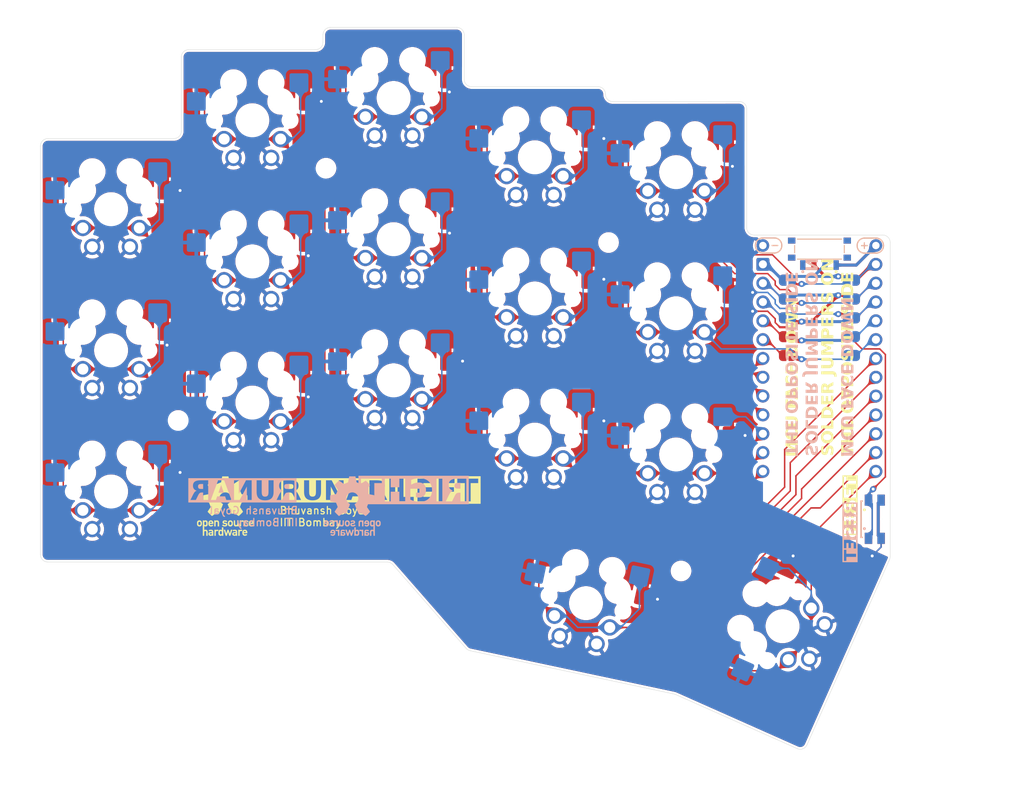
<source format=kicad_pcb>
(kicad_pcb (version 20241229) (generator "pcbnew") (generator_version "9.0")
  (layers (0 "F.Cu" signal) (2 "B.Cu" signal) (13 "F.Paste" user) (15 "B.Paste" user) (5 "F.SilkS" user "F.Silkscreen") (7 "B.SilkS" user "B.Silkscreen") (1 "F.Mask" user) (3 "B.Mask" user) (25 "Edge.Cuts" user))
  (net 0 "")
  (net 1 "SW1")
  (net 2 "GND")
  (net 3 "SW2")
  (net 4 "SW3")
  (net 5 "SW4")
  (net 6 "SW5")
  (net 7 "SW6")
  (net 8 "SW7")
  (net 9 "SW8")
  (net 10 "SW9")
  (net 11 "SW10")
  (net 12 "SW11")
  (net 13 "SW12")
  (net 14 "SW13")
  (net 15 "SW14")
  (net 16 "SW15")
  (net 17 "SW16")
  (net 18 "SW17")
  (net 19 "B+")
  (net 20 "RST")
  (net 21 "1")
  (net 22 "24")
  (net 23 "Net-(SW18-Pad3)")
  (net 26 "23")
  (net 27 "2")
  (net 28 "3")
  (net 29 "22")
  (net 30 "4")
  (net 32 "21")
  (net 33 "5")
  (net 35 "20")
  (footprint "BLE_KBD:MX_Reversible_Optional_1u" (layer "F.Cu") (at 38.1 90.805)
    (property "Reference" "SW11")
    (property "Value" "SW_Push_45deg")
  )
  (footprint "BLE_KBD:Test_Point" (layer "F.Cu") (at 141.24375 57.6125)
    (property "Reference" "TP2")
    (property "Value" "TestPoint_Small")
  )
  (footprint "BLE_KBD:Solder_Jumper" (layer "F.Cu") (at 129.31775 67.3735 180)
    (property "Reference" "JP9")
    (property "Value" "SolderJumper_2_Open")
  )
  (footprint "BLE_KBD:Solder_Jumper" (layer "F.Cu") (at 137.95375 67.3735)
    (property "Reference" "JP11")
    (property "Value" "SolderJumper_2_Open")
  )
  (footprint "BLE_KBD:Solder_Jumper" (layer "F.Cu") (at 137.95375 64.8335)
    (property "Reference" "JP5")
    (property "Value" "SolderJumper_2_Open")
  )
  (footprint "BLE_KBD:4363X10458XX" (layer "F.Cu") (at 141.097 94.5515 90)
    (property "Reference" "S2")
    (property "Value" "436331045822")
  )
  (footprint "BLE_KBD:MX_Reversible_Optional_1u" (layer "F.Cu") (at 38.1 71.755)
    (property "Reference" "SW6")
    (property "Value" "SW_Push_45deg")
  )
  (footprint "BLE_KBD:Solder_Jumper" (layer "F.Cu") (at 137.95375 62.2935)
    (property "Reference" "JP3")
    (property "Value" "SolderJumper_2_Open")
  )
  (footprint "BLE_KBD:MX_Reversible_Optional_1u" (layer "F.Cu") (at 114.3 47.705)
    (property "Reference" "SW5")
    (property "Value" "SW_Push_45deg")
  )
  (footprint "BLE_KBD:MX_Reversible_Optional_1u" (layer "F.Cu") (at 76.2 37.705)
    (property "Reference" "SW3")
    (property "Value" "SW_Push_45deg")
  )
  (footprint "MountingHole:MountingHole_2.2mm_M2" (layer "F.Cu") (at 105.18775 57.2135)
    (property "Reference" "H3")
    (property "Value" "MountingHole")
  )
  (footprint "BLE_KBD:MX_Reversible_Optional_1u" (layer "F.Cu") (at 38.1 52.705)
    (property "Reference" "SW1")
    (property "Value" "SW_Push_45deg")
  )
  (footprint "BLE_KBD:Solder_Jumper" (layer "F.Cu") (at 129.31775 69.9135 180)
    (property "Reference" "JP13")
    (property "Value" "SolderJumper_2_Open")
  )
  (footprint "BLE_KBD:Nice_Nano_V2" (layer "F.Cu") (at 133.62375 73.8425)
    (property "Reference" "U1" (hide yes))
    (property "Value" "Nice_Nano_V2" (hide yes))
  )
  (footprint "Symbol:OSHW-Logo_7.5x8mm_SilkScreen" (layer "F.Cu") (at 53.49875 92.7735)
    (property "Reference" "REF**" (hide yes))
    (property "Value" "OSHW-Logo_7.5x8mm_SilkScreen" (hide yes))
  )
  (footprint "BLE_KBD:Solder_Jumper" (layer "F.Cu") (at 129.31775 64.8335 180)
    (property "Reference" "JP7")
    (property "Value" "SolderJumper_2_Open")
  )
  (footprint "BLE_KBD:MX_Reversible_Optional_1u" (layer "F.Cu") (at 114.3 66.755)
    (property "Reference" "SW10")
    (property "Value" "SW_Push_45deg")
  )
  (footprint "MountingHole:MountingHole_2.2mm_M2" (layer "F.Cu") (at 67.08775 47.1805)
    (property "Reference" "H2")
    (property "Value" "MountingHole")
  )
  (footprint "BLE_KBD:MX_Reversible_Optional_1.5u" (layer "F.Cu") (at 102.149749 105.87975 -12)
    (property "Reference" "SW16")
    (property "Value" "SW_Push_45deg")
  )
  (footprint "BLE_KBD:MX_Reversible_Optional_1u" (layer "F.Cu") (at 57.15 78.805)
    (property "Reference" "SW12")
    (property "Value" "SW_Push_45deg")
  )
  (footprint "MountingHole:MountingHole_2.2mm_M2" (layer "F.Cu") (at 114.96675 101.5365)
    (property "Reference" "H4")
    (property "Value" "MountingHole")
  )
  (footprint "BLE_KBD:MX_Reversible_Optional_1u" (layer "F.Cu") (at 76.2 75.805)
    (property "Reference" "SW13")
    (property "Value" "SW_Push_45deg")
  )
  (footprint "BLE_KBD:SW_MLL1200S" (layer "F.Cu") (at 133.63575 58.1025 180)
    (property "Reference" "SW19")
    (property "Value" "MLL1200S")
  )
  (footprint "BLE_KBD:MX_Reversible_Optional_1u" (layer "F.Cu") (at 95.25 64.755)
    (property "Reference" "SW9")
    (property "Value" "SW_Push_45deg")
  )
  (footprint "BLE_KBD:MX_Reversible_Optional_1u" (layer "F.Cu") (at 95.25 45.705)
    (property "Reference" "SW4")
    (property "Value" "SW_Push_45deg")
  )
  (footprint "BLE_KBD:Test_Point" (layer "F.Cu") (at 126.00375 57.6125)
    (property "Reference" "TP1")
    (property "Value" "TestPoint_Small")
  )
  (footprint "BLE_KBD:Solder_Jumper" (layer "F.Cu") (at 129.31775 72.4535 180)
    (property "Reference" "JP17")
    (property "Value" "SolderJumper_2_Open")
  )
  (footprint "BLE_KBD:MX_Reversible_Optional_1u" (layer "F.Cu") (at 114.3 85.805)
    (property "Reference" "SW15")
    (property "Value" "SW_Push_45deg")
  )
  (footprint "BLE_KBD:MX_Reversible_Optional_1u" (layer "F.Cu") (at 76.2 56.755)
    (property "Reference" "SW8")
    (property "Value" "SW_Push_45deg")
  )
  (footprint "BLE_KBD:MX_Reversible_Optional_1u" (layer "F.Cu") (at 57.15 59.755)
    (property "Reference" "SW7")
    (property "Value" "SW_Push_45deg")
  )
  (footprint "BLE_KBD:MX_Reversible_Optional_1u" (layer "F.Cu") (at 95.25 83.805)
    (property "Reference" "SW14")
    (property "Value" "SW_Push_45deg")
  )
  (footprint "MountingHole:MountingHole_2.2mm_M2" (layer "F.Cu") (at 47.14875 81.2165)
    (property "Reference" "H1")
    (property "Value" "MountingHole")
  )
  (footprint "BLE_KBD:Solder_Jumper" (layer "F.Cu") (at 129.31775 62.2935 180)
    (property "Reference" "JP1")
    (property "Value" "SolderJumper_2_Open")
  )
  (footprint "BLE_KBD:MX_Reversible_Optional_1u" (layer "F.Cu") (at 57.15 40.705)
    (property "Reference" "SW2")
    (property "Value" "SW_Push_45deg")
  )
  (footprint "BLE_KBD:MX_Reversible_Optional_1.5u" (layer "F.Cu") (at 128.657444 108.989031 66)
    (property "Reference" "SW17")
    (property "Value" "SW_Push_45deg")
  )
  (footprint "BLE_KBD:SW_MLL1200S" (layer "B.Cu") (at 133.63575 58.1025)
    (property "Reference" "SW18")
    (property "Value" "MLL1200S")
  )
  (footprint "BLE_KBD:Solder_Jumper" (layer "B.Cu") (at 129.31775 64.8335 180)
    (property "Reference" "JP8")
    (property "Value" "SolderJumper_2_Open")
  )
  (footprint "BLE_KBD:Solder_Jumper" (layer "B.Cu") (at 137.95375 64.8335)
    (property "Reference" "JP6")
    (property "Value" "SolderJumper_2_Open")
  )
  (footprint "BLE_KBD:Solder_Jumper" (layer "B.Cu") (at 137.95375 72.4535)
    (property "Reference" "JP20")
    (property "Value" "SolderJumper_2_Open")
  )
  (footprint "BLE_KBD:Solder_Jumper" (layer "B.Cu") (at 129.31775 67.3735 180)
    (property "Reference" "JP10")
    (property "Value" "SolderJumper_2_Open")
  )
  (footprint "BLE_KBD:4363X10458XX" (layer "B.Cu") (at 141.097 94.5515 -90)
    (property "Reference" "S1")
    (property "Value" "436331045822")
  )
  (footprint "Symbol:OSHW-Logo_7.5x8mm_SilkScreen" (layer "B.Cu") (at 70.64375 92.7735 180)
    (property "Reference" "REF**" (hide yes))
    (property "Value" "OSHW-Logo_7.5x8mm_SilkScreen" (hide yes))
  )
  (footprint "BLE_KBD:Solder_Jumper" (layer "B.Cu") (at 129.31775 62.2935 180)
    (property "Reference" "JP2")
    (property "Value" "SolderJumper_2_Open")
  )
  (footprint "BLE_KBD:Solder_Jumper" (layer "B.Cu") (at 137.95375 67.3735)
    (property "Reference" "JP12")
    (property "Value" "SolderJumper_2_Open")
  )
  (footprint "BLE_KBD:Solder_Jumper" (layer "B.Cu") (at 137.95375 62.2935)
    (property "Reference" "JP4")
    (property "Value" "SolderJumper_2_Open")
  )
  (footprint "BLE_KBD:Solder_Jumper" (layer "B.Cu") (at 137.95375 69.9135)
    (property "Reference" "JP16")
    (property "Value" "SolderJumper_2_Open")
  )
  (gr_arc (start 139.71568 58.64443) (mid 139.008573 58.351537) (end 138.71568 57.64443) (stroke (width 0.16)) (layer "F.SilkS"))
  (gr_arc (start 128.55575 57.6205) (mid 128.262854 58.327589) (end 127.55575 58.6205) (stroke (width 0.16)) (layer "F.SilkS"))
  (gr_arc (start 125.99975 58.6205) (mid 125.292643 58.327607) (end 124.99975 57.6205) (stroke (width 0.16)) (layer "F.SilkS"))
  (gr_line (start 141.27168 58.64443) (end 139.71568 58.64443) (stroke (width 0.16)) (layer "F.SilkS"))
  (gr_arc (start 127.55575 56.5885) (mid 128.262889 56.881376) (end 128.55575 57.5885) (stroke (width 0.16)) (layer "F.SilkS"))
  (gr_line (start 124.99975 57.6205) (end 124.99975 57.5885) (stroke (width 0.1)) (layer "F.SilkS"))
  (gr_line (start 138.71568 57.64443) (end 138.71568 57.61243) (stroke (width 0.1)) (layer "F.SilkS"))
  (gr_line (start 128.55575 57.5885) (end 128.55575 57.6205) (stroke (width 0.1)) (layer "F.SilkS"))
  (gr_line (start 142.27168 57.61243) (end 142.27168 57.64443) (stroke (width 0.1)) (layer "F.SilkS"))
  (gr_arc (start 124.99975 57.5885) (mid 125.292643 56.881393) (end 125.99975 56.5885) (stroke (width 0.16)) (layer "F.SilkS"))
  (gr_arc (start 141.27168 56.61243) (mid 141.978811 56.905299) (end 142.27168 57.61243) (stroke (width 0.16)) (layer "F.SilkS"))
  (gr_arc (start 138.71568 57.61243) (mid 139.008573 56.905323) (end 139.71568 56.61243) (stroke (width 0.16)) (layer "F.SilkS"))
  (gr_line (start 139.71568 56.61243) (end 141.27168 56.61243) (stroke (width 0.16)) (layer "F.SilkS"))
  (gr_line (start 127.55575 58.6205) (end 125.99975 58.6205) (stroke (width 0.16)) (layer "F.SilkS"))
  (gr_line (start 125.99975 56.5885) (end 127.55575 56.5885) (stroke (width 0.16)) (layer "F.SilkS"))
  (gr_arc (start 142.27168 57.64443) (mid 141.978777 58.351527) (end 141.27168 58.64443) (stroke (width 0.16)) (layer "F.SilkS"))
  (gr_line (start 142.271834 57.642584) (end 142.271834 57.610584) (stroke (width 0.1)) (layer "B.SilkS"))
  (gr_line (start 138.715834 57.610584) (end 138.715834 57.642584) (stroke (width 0.1)) (layer "B.SilkS"))
  (gr_arc (start 141.271834 56.610584) (mid 141.978931 56.903487) (end 142.271834 57.610584) (stroke (width 0.16)) (layer "B.SilkS"))
  (gr_line (start 124.99975 57.5945) (end 124.99975 57.6265) (stroke (width 0.1)) (layer "B.SilkS"))
  (gr_arc (start 139.715834 58.642584) (mid 139.008727 58.349691) (end 138.715834 57.642584) (stroke (width 0.16)) (layer "B.SilkS"))
  (gr_line (start 139.715834 58.642584) (end 141.271834 58.642584) (stroke (width 0.16)) (layer "B.SilkS"))
  (gr_arc (start 124.99975 57.5945) (mid 125.292643 56.887393) (end 125.99975 56.5945) (stroke (width 0.16)) (layer "B.SilkS"))
  (gr_arc (start 127.55575 56.5945) (mid 128.262847 56.887403) (end 128.55575 57.5945) (stroke (width 0.16)) (layer "B.SilkS"))
  (gr_arc (start 142.271834 57.642584) (mid 141.978965 58.349715) (end 141.271834 58.642584) (stroke (width 0.16)) (layer "B.SilkS"))
  (gr_arc (start 128.55575 57.6265) (mid 128.26288 58.33363) (end 127.55575 58.6265) (stroke (width 0.16)) (layer "B.SilkS"))
  (gr_arc (start 125.99975 58.6265) (mid 125.292643 58.333607) (end 124.99975 57.6265) (stroke (width 0.16)) (layer "B.SilkS"))
  (gr_line (start 141.271834 56.610584) (end 139.715834 56.610584) (stroke (width 0.16)) (layer "B.SilkS"))
  (gr_line (start 125.99975 58.6265) (end 127.55575 58.6265) (stroke (width 0.16)) (layer "B.SilkS"))
  (gr_line (start 128.55575 57.6265) (end 128.55575 57.5945) (stroke (width 0.1)) (layer "B.SilkS"))
  (gr_line (start 127.55575 56.5945) (end 125.99975 56.5945) (stroke (width 0.16)) (layer "B.SilkS"))
  (gr_arc (start 138.715834 57.610584) (mid 139.008727 56.903477) (end 139.715834 56.610584) (stroke (width 0.16)) (layer "B.SilkS"))
  (gr_arc (start 84.725 28.18) (mid 85.432107 28.472893) (end 85.725 29.18) (stroke (width 0.05)) (layer "Edge.Cuts"))
  (gr_line (start 47.575 42.18) (end 47.575 32.18) (stroke (width 0.05)) (layer "Edge.Cuts"))
  (gr_line (start 104.775 37.18) (end 104.775 37.195871) (stroke (width 0.05)) (layer "Edge.Cuts"))
  (gr_arc (start 103.775 36.18) (mid 104.482107 36.472893) (end 104.775 37.18) (stroke (width 0.05)) (layer "Edge.Cuts"))
  (gr_arc (start 114.041867 118.145293) (mid 114.142975 118.172378) (end 114.240692 118.209895) (stroke (width 0.05)) (layer "Edge.Cuts"))
  (gr_line (start 123.825 39.18088) (end 123.825 55.1975) (stroke (width 0.05)) (layer "Edge.Cuts"))
  (gr_arc (start 75.340078 100.33) (mid 75.753491 100.419456) (end 76.092939 100.67182) (stroke (width 0.05)) (layer "Edge.Cuts"))
  (gr_line (start 28.575 44.18) (end 28.575 99.33) (stroke (width 0.05)) (layer "Edge.Cuts"))
  (gr_line (start 48.575 31.18) (end 65.675 31.18) (stroke (width 0.05)) (layer "Edge.Cuts"))
  (gr_arc (start 47.575 32.18) (mid 47.867893 31.472893) (end 48.575 31.18) (stroke (width 0.05)) (layer "Edge.Cuts"))
  (gr_arc (start 47.575 42.18) (mid 47.282107 42.887107) (end 46.575 43.18) (stroke (width 0.05)) (layer "Edge.Cuts"))
  (gr_arc (start 66.675 30.18) (mid 66.382107 30.887107) (end 65.675 31.18) (stroke (width 0.05)) (layer "Edge.Cuts"))
  (gr_arc (start 142.170214 56.1975) (mid 142.877312 56.490398) (end 143.170214 57.1975) (stroke (width 0.05)) (layer "Edge.Cuts"))
  (gr_line (start 130.634169 125.508741) (end 114.240692 118.209895) (stroke (width 0.05)) (layer "Edge.Cuts"))
  (gr_line (start 143.170214 99.59836) (end 143.170214 57.1975) (stroke (width 0.05)) (layer "Edge.Cuts"))
  (gr_line (start 105.775879 38.195871) (end 122.824121 38.18088) (stroke (width 0.05)) (layer "Edge.Cuts"))
  (gr_arc (start 29.575 100.33) (mid 28.867893 100.037107) (end 28.575 99.33) (stroke (width 0.05)) (layer "Edge.Cuts"))
  (gr_arc (start 124.825 56.1975) (mid 124.117893 55.904607) (end 123.825 55.1975) (stroke (width 0.05)) (layer "Edge.Cuts"))
  (gr_line (start 29.575 100.33) (end 75.340078 100.33) (stroke (width 0.05)) (layer "Edge.Cuts"))
  (gr_arc (start 86.51986 112.295308) (mid 86.221446 112.179503) (end 85.974911 111.975341) (stroke (width 0.05)) (layer "Edge.Cuts"))
  (gr_arc (start 28.575 44.18) (mid 28.867893 43.472893) (end 29.575 43.18) (stroke (width 0.05)) (layer "Edge.Cuts"))
  (gr_line (start 143.08376 100.005097) (end 131.954452 125.001933) (stroke (width 0.05)) (layer "Edge.Cuts"))
  (gr_arc (start 86.725 36.18) (mid 86.017893 35.887107) (end 85.725 35.18) (stroke (width 0.05)) (layer "Edge.Cuts"))
  (gr_arc (start 66.675 29.18) (mid 66.967893 28.472893) (end 67.675 28.18) (stroke (width 0.05)) (layer "Edge.Cuts"))
  (gr_line (start 86.725 36.18) (end 103.775 36.18) (stroke (width 0.05)) (layer "Edge.Cuts"))
  (gr_line (start 114.041867 118.145293) (end 86.51986 112.295308) (stroke (width 0.05)) (layer "Edge.Cuts"))
  (gr_line (start 85.974911 111.975341) (end 76.092939 100.67182) (stroke (width 0.05)) (layer "Edge.Cuts"))
  (gr_arc (start 131.954452 125.001933) (mid 131.399274 125.528783) (end 130.634169 125.508741) (stroke (width 0.05)) (layer "Edge.Cuts"))
  (gr_line (start 85.725 29.18) (end 85.725 35.18) (stroke (width 0.05)) (layer "Edge.Cuts"))
  (gr_line (start 142.170214 56.1975) (end 124.825 56.1975) (stroke (width 0.05)) (layer "Edge.Cuts"))
  (gr_arc (start 105.775879 38.195871) (mid 105.068214 37.903287) (end 104.775 37.195871) (stroke (width 0.05)) (layer "Edge.Cuts"))
  (gr_arc (start 143.170214 99.59836) (mid 143.148362 99.806272) (end 143.08376 100.005097) (stroke (width 0.05)) (layer "Edge.Cuts"))
  (gr_line (start 67.675 28.18) (end 84.725 28.18) (stroke (width 0.05)) (layer "Edge.Cuts"))
  (gr_arc (start 122.824121 38.18088) (mid 123.531803 38.473461) (end 123.825 39.18088) (stroke (width 0.05)) (layer "Edge.Cuts"))
  (gr_line (start 66.675 30.18) (end 66.675 29.18) (stroke (width 0.05)) (layer "Edge.Cuts"))
  (gr_line (start 29.575 43.18) (end 46.575 43.18) (stroke (width 0.05)) (layer "Edge.Cuts"))
  (gr_text "Bhuvansh Goyal\nIIT Bombay" (at 60.73775 95.5675 0) (layer "F.SilkS") (effects (font (size 1 1) (thickness 0.16)) (justify left bottom)))
  (gr_text "LEFT" (at 76.35875 92.6465 0) (layer "F.SilkS" knockout) (effects (font (size 3 3) (thickness 0.2) (bold yes)) (justify left bottom)))
  (gr_text "+" (at 138.96968 58.15243 0) (layer "F.SilkS") (effects (font (size 1 1) (thickness 0.16)) (justify left bottom)))
  (gr_text "RESET" (at 138.84275 96.7105 90) (layer "F.SilkS" knockout) (effects (font (size 1.6 1.6) (thickness 0.32) (bold yes)) (justify left bottom)))
  (gr_text "SOLDER JUMPERS ON\nTHE OPPOSITE SIDE" (at 138.46175 86.0425 90) (layer "F.SilkS") (effects (font (size 1.6 1.6) (thickness 0.2) (bold yes)) (justify left bottom)))
  (gr_text "-" (at 126.90475 58.1125 0) (layer "F.SilkS") (effects (font (size 1 1) (thickness 0.16)) (justify left bottom)))
  (gr_text "MCU FACE DOWN" (at 130.96875 86.1695 90) (layer "F.SilkS") (effects (font (size 1.6 1.6) (thickness 0.2) (bold yes)) (justify left bottom)))
  (gr_text "RUNAR" (at 60.99175 92.3925 0) (layer "F.SilkS" knockout) (effects (font (size 2.6 2.6) (thickness 0.2) (bold yes)) (justify left bottom)))
  (gr_text "SOLDER JUMPERS ON\nTHE OPPOSITE SIDE" (at 128.80975 86.0425 270) (layer "B.SilkS") (effects (font (size 1.6 1.6) (thickness 0.2) (bold yes)) (justify left bottom mirror)))
  (gr_text "RIGHT" (at 86.39175 92.6465 0) (layer "B.SilkS" knockout) (effects (font (size 3 3) (thickness 0.2) (bold yes)) (justify left bottom mirror)))
  (gr_text "+" (at 138.969834 57.118584 180) (layer "B.SilkS") (effects (font (size 1 1) (thickness 0.16)) (justify left bottom mirror)))
  (gr_text "RUNAR" (at 63.15075 92.3925 -0) (layer "B.SilkS" knockout) (effects (font (size 2.6 2.6) (thickness 0.2) (bold yes)) (justify left bottom mirror)))
  (gr_text "RESET" (at 138.84275 92.2655 90) (layer "B.SilkS" knockout) (effects (font (size 1.6 1.6) (thickness 0.32) (bold yes)) (justify left bottom mirror)))
  (gr_text "Bhuvansh Goyal\nIIT Bombay" (at 63.40475 95.5675 -0) (layer "B.SilkS") (effects (font (size 1 1) (thickness 0.16)) (justify left bottom mirror)))
  (gr_text "-" (at 126.90475 57.1025 180) (layer "B.SilkS") (effects (font (size 1 1) (thickness 0.16)) (justify left bottom mirror)))
  (gr_text "MCU FACE DOWN" (at 136.30275 86.1695 -90) (layer "B.SilkS") (effects (font (size 1.6 1.6) (thickness 0.2) (bold yes)) (justify left bottom mirror)))
  (segment (start 34.289966 55.244958) (end 34.289977 55.244964) (width 0.2) (layer "F.Cu") (net 1))
  (segment (start 34.290019 55.244991) (end 34.290002 55.244985) (width 0.2) (layer "F.Cu") (net 1))
  (segment (start 34.290059 55.245) (end 34.290035 55.245004) (width 0.2) (layer "F.Cu") (net 1))
  (segment (start 130.460749 88.694248) (end 141.224 77.931) (width 0.2) (layer "F.Cu") (net 1))
  (segment (start 41.91 55.245) (end 34.290059 55.245) (width 0.2) (layer "F.Cu") (net 1))
  (segment (start 60.50026 96.091972) (end 125.60299 96.091984) (width 0.2) (layer "F.Cu") (net 1))
  (segment (start 31.654771 47.780259) (end 31.81 47.625) (width 0.2) (layer "F.Cu") (net 1))
  (segment (start 130.460705 91.234222) (end 125.60299 96.091984) (width 0.2) (layer "F.Cu") (net 1))
  (segment (start 34.289933 55.244936) (end 34.289954 55.244941) (width 0.2) (layer "F.Cu") (net 1))
  (segment (start 34.289986 55.244977) (end 34.290002 55.244985) (width 0.2) (layer "F.Cu") (net 1))
  (segment (start 32.734383 55.244947) (end 31.654763 54.165303) (width 0.2) (layer "F.Cu") (net 1))
  (segment (start 34.28988 55.244944) (end 34.289907 55.244947) (width 0.2) (layer "F.Cu") (net 1))
  (segment (start 34.28988 55.244944) (end 32.734383 55.244947) (width 0.2) (layer "F.Cu") (net 1))
  (segment (start 34.289966 55.244958) (end 34.289954 55.244941) (width 0.2) (layer "F.Cu") (net 1))
  (segment (start 48.799737 62.134754) (end 48.799752 84.391499) (width 0.2) (layer "F.Cu") (net 1))
  (segment (start 41.91 55.245) (end 48.799737 62.134754) (width 0.2) (layer "F.Cu") (net 1))
  (segment (start 34.290019 55.244991) (end 34.290035 55.245004) (width 0.2) (layer "F.Cu") (net 1))
  (segment (start 31.654763 54.165303) (end 31.654771 47.780259) (width 0.2) (layer "F.Cu") (net 1))
  (segment (start 60.50026 96.091972) (end 48.799752 84.391499) (width 0.2) (layer "F.Cu") (net 1))
  (segment (start 34.289933 55.244936) (end 34.289907 55.244947) (width 0.2) (layer "F.Cu") (net 1))
  (segment (start 34.289986 55.244977) (end 34.289977 55.244964) (width 0.2) (layer "F.Cu") (net 1))
  (segment (start 130.460705 91.234222) (end 130.460749 88.694248) (width 0.2) (layer "F.Cu") (net 1))
  (segment (start 44.608728 47.843759) (end 44.39 47.625) (width 0.2) (layer "B.Cu") (net 1))
  (segment (start 43.465654 55.245064) (end 44.608778 54.101965) (width 0.2) (layer "B.Cu") (net 1))
  (segment (start 44.608728 47.843759) (end 44.608778 54.101965) (width 0.2) (layer "B.Cu") (net 1))
  (segment (start 43.465654 55.245064) (end 41.91 55.245) (width 0.2) (layer "B.Cu") (net 1))
  (segment (start 141.5662 96.7457) (end 141.947 97.1265) (width 0.4) (layer "F.Cu") (net 2))
  (segment (start 137.30375 64.8335) (end 136.79575 64.3255) (width 0.4) (layer "F.Cu") (net 2))
  (segment (start 141.5662 92.3573) (end 141.5662 96.7457) (width 0.4) (layer "F.Cu") (net 2))
  (segment (start 127.666751 67.500498) (end 126.650738 66.484527) (width 0.2) (layer "F.Cu") (net 2))
  (segment (start 141.946987 97.126504) (end 141.947019 98.305258) (width 0.2) (layer "F.Cu") (net 2))
  (segment (start 132.61975 67.8815) (end 131.22275 67.8815) (width 0.4) (layer "F.Cu") (net 2))
  (segment (start 128.30176 68.643472) (end 127.666752 68.008499) (width 0.2) (layer "F.Cu") (net 2))
  (segment (start 129.96775 67.3735) (end 130.47575 67.8815) (width 0.4) (layer "F.Cu") (net 2))
  (segment (start 127.666751 67.500498) (end 127.666752 68.008499) (width 0.2) (layer "F.Cu") (net 2))
  (segment (start 130.47575 67.8815) (end 131.22275 67.8815) (width 0.4) (layer "F.Cu") (net 2))
  (segment (start 129.96775 67.3735) (end 129.96775 68.6435) (width 0.4) (layer "F.Cu") (net 2))
  (segment (start 136.79575 64.3255) (end 136.17575 64.3255) (width 0.4) (layer "F.Cu") (net 2))
  (segment (start 140.74775 99.5045) (end 141.947019 98.305258) (width 0.2) (layer "F.Cu") (net 2))
  (segment (start 124.61875 66.4845) (end 126.650738 66.484527) (width 0.2) (layer "F.Cu") (net 2))
  (segment (start 128.30176 68.643472) (end 129.967722 68.643472) (width 0.3) (layer "F.Cu") (net 2))
  (segment (start 130.47575 70.4215) (end 131.22275 70.4215) (width 0.4) (layer "F.Cu") (net 2))
  (segment (start 141.947 91.9765) (end 141.5662 92.3573) (width 0.4) (layer "F.Cu") (net 2))
  (segment (start 136.17575 64.3255) (end 132.61975 67.8815) (width 0.4) (layer "F.Cu") (net 2))
  (segment (start 129.96775 68.6435) (end 129.96775 69.9135) (width 0.4) (layer "F.Cu") (net 2))
  (segment (start 129.96775 69.9135) (end 130.47575 70.4215) (width 0.4) (layer "F.Cu") (net 2))
  (via (at 124.61875 63.9445) (size 0.8) (drill 0.4) (layers "F.Cu" "B.Cu") (net 2))
  (via (at 83.7438 55.9435) (size 0.8) (drill 0.4) (layers "F.Cu" "B.Cu") (net 2))
  (via (at 85.50275 73.2155) (size 0.8) (drill 0.4) (layers "F.Cu" "B.Cu") (net 2))
  (via (at 123.60275 83.2485) (size 0.8) (drill 0.4) (layers "F.Cu" "B.Cu") (net 2))
  (via (at 121.8946 46.9265) (size 0.8) (drill 0.4) (layers "F.Cu" "B.Cu") (net 2))
  (via (at 131.22275 70.4215) (size 0.8) (drill 0.4) (layers "F.Cu" "B.Cu") (net 2))
  (via (at 64.6938 58.9915) (size 0.8) (drill 0.4) (layers "F.Cu" "B.Cu") (net 2))
  (via (at 83.72475 36.8935) (size 0.8) (drill 0.4) (layers "F.Cu" "B.Cu") (net 2))
  (via (at 140.74775 99.5045) (size 0.8) (drill 0.4) (layers "F.Cu" "B.Cu") (net 2))
  (via (at 136.17575 64.3255) (size 0.8) (drill 0.4) (layers "F.Cu" "B.Cu") (net 2))
  (via (at 47.40275 88.2396) (size 0.8) (drill 0.4) (layers "F.Cu" "B.Cu") (net 2))
  (via (at 66.45275 38.1635) (size 0.8) (drill 0.4) (layers "F.Cu" "B.Cu") (net 2))
  (via (at 130.07975 99.5045) (size 0.8) (drill 0.4) (layers "F.Cu" "B.Cu") (net 2))
  (via (at 124.61875 66.4845) (size 0.8) (drill 0.4) (layers "F.Cu" "B.Cu") (net 2))
  (via (at 45.6438 71.0565) (size 0.8) (drill 0.4) (layers "F.Cu" "B.Cu") (net 2))
  (via (at 47.40275 50.1904) (size 0.8) (drill 0.4) (layers "F.Cu" "B.Cu") (net 2))
  (via (at 131.22275 67.8815) (size 0.8) (drill 0.4) (layers "F.Cu" "B.Cu") (net 2))
  (via (at 111.79175 105.3465) (size 0.8) (drill 0.4) (layers "F.Cu" "B.Cu") (net 2))
  (via (at 104.55275 62.1665) (size 0.8) (drill 0.4) (layers "F.Cu" "B.Cu") (net 2))
  (via (at 104.55275 43.18) (size 0.8) (drill 0.4) (layers "F.Cu" "B.Cu") (net 2))
  (via (at 104.55275 81.28) (size 0.8) (drill 0.4) (layers "F.Cu" "B.Cu") (net 2))
  (via (at 64.6938 78.0415) (size 0.8) (drill 0.4) (layers "F.Cu" "B.Cu") (net 2))
  (segment (start 141.5662 92.3573) (end 141.5662 96.7457) (width 0.4) (layer "B.Cu") (net 2))
  (segment (start 129.967748 65.707499) (end 129.967747 64.833499) (width 0.2) (layer "B.Cu") (net 2))
  (segment (start 127.666751 64.960498) (end 127.666752 65.468499) (width 0.2) (layer "B.Cu") (net 2))
  (segment (start 140.74775 99.5045) (end 141.947019 98.305258) (width 0.2) (layer "B.Cu") (net 2))
  (segment (start 141.947 91.9765) (end 141.5662 92.3573) (width 0.4) (layer "B.Cu") (net 2))
  (segment (start 127.666751 64.960498) (end 126.650738 63.944527) (width 0.2) (layer "B.Cu") (net 2))
  (segment (start 137.30375 69.9135) (end 136.79575 70.4215) (width 0.4) (layer "B.Cu") (net 2))
  (segment (start 136.79575 70.4215) (end 131.22275 70.4215) (width 0.4) (layer "B.Cu") (net 2))
  (segment (start 141.946987 97.126504) (end 141.947019 98.305258) (width 0.2) (layer "B.Cu") (net 2))
  (segment (start 136.150179 64.299929) (end 136.17575 64.3255) (width 0.4) (layer "B.Cu") (net 2))
  (segment (start 141.5662 96.7457) (end 141.947 97.1265) (width 0.4) (layer "B.Cu") (net 2))
  (segment (start 136.79575 67.8815) (end 137.30375 67.3735) (width 0.4) (layer "B.Cu") (net 2))
  (segment (start 130.501321 64.299929) (end 136.150179 64.299929) (width 0.4) (layer "B.Cu") (net 2))
  (segment (start 129.967748 65.707499) (end 129.571738 66.103472) (width 0.2) (layer "B.Cu") (net 2))
  (segment (start 131.22275 67.8815) (end 136.79575 67.8815) (width 0.4) (layer "B.Cu") (net 2))
  (segment (start 128.30176 66.103472) (end 127.666752 65.468499) (width 0.2) (layer "B.Cu") (net 2))
  (segment (start 128.30176 66.103472) (end 129.571738 66.103472) (width 0.2) (layer "B.Cu") (net 2))
  (segment (start 124.61875 63.9445) (end 126.650738 63.944527) (width 0.2) (layer "B.Cu") (net 2))
  (segment (start 130.501321 64.299929) (end 129.96775 64.8335) (width 0.4) (layer "B.Cu") (net 2))
  (segment (start 51.784363 43.245) (end 51.784364 43.245) (width 0.2) (layer "F.Cu") (net 3))
  (segment (start 72.262985 64.469023) (end 66.929004 59.134989) (width 0.2) (layer "F.Cu") (net 3))
  (segment (start 51.784363 43.245) (end 51.784364 43.245) (width 0.2) (layer "F.Cu") (net 3))
  (segment (start 50.704747 42.165389) (end 51.784356 43.244995) (width 0.2) (layer "F.Cu") (net 3))
  (segment (start 51.784363 43.245001) (end 51.784364 43.245) (width 0.2) (layer "F.Cu") (net 3))
  (segment (start 51.784363 43.245001) (end 51.784364 43.245) (width 0.2) (layer "F.Cu") (net 3))
  (segment (start 51.784363 43.245001) (end 51.784356 43.244999) (width 0.2) (layer "F.Cu") (net 3))
  (segment (start 51.784363 43.245001) (end 51.784357 43.244999) (width 0.2) (layer "F.Cu") (net 3))
  (segment (start 66.929004 59.134989) (end 66.929026 49.387873) (width 0.2) (layer "F.Cu") (net 3))
  (segment (start 50.704747 42.165389) (end 50.704771 35.780259) (width 0.2) (layer "F.Cu") (net 3))
  (segment (start 51.784366 43.245) (end 51.784364 43.245) (width 0.2) (layer "F.Cu") (net 3))
  (segment (start 51.784363 43.245001) (end 51.784364 43.245) (width 0.2) (layer "F.Cu") (net 3))
  (segment (start 51.784363 43.245001) (end 51.784364 43.245) (width 0.2) (layer "F.Cu") (net 3))
  (segment (start 51.784363 43.245001) (end 51.784364 43.245) (width 0.2) (layer "F.Cu") (net 3))
  (segment (start 51.784358 43.244997) (end 51.784363 43.244999) (width 0.2) (layer "F.Cu") (net 3))
  (segment (start 51.784364 43.245001) (end 51.784357 43.244999) (width 0.2) (layer "F.Cu") (net 3))
  (segment (start 51.784363 43.245001) (end 51.784364 43.245001) (width 0.2) (layer "F.Cu") (net 3))
  (segment (start 50.704771 35.780259) (end 50.86 35.625) (width 0.2) (layer "F.Cu") (net 3))
  (segment (start 82.105491 64.469007) (end 94.043486 76.407027) (width 0.2) (layer "F.Cu") (net 3))
  (segment (start 51.784362 43.244999) (end 53.34 43.245) (width 0.2) (layer "F.Cu") (net 3))
  (segment (start 60.960037 43.244962) (end 60.960016 43.418868) (width 0.2) (layer "F.Cu") (net 3))
  (segment (start 51.784363 43.245) (end 51.784363 43.245001) (width 0.2) (layer "F.Cu") (net 3))
  (segment (start 51.784366 43.245) (end 51.784364 43.245001) (width 0.2) (layer "F.Cu") (net 3))
  (segment (start 51.784357 43.244996) (end 51.784363 43.244999) (width 0.2) (layer "F.Cu") (net 3))
  (segment (start 72.262985 64.469023) (end 82.105491 64.469007) (width 0.2) (layer "F.Cu") (net 3))
  (segment (start 51.784363 43.245) (end 51.784364 43.245) (width 0.2) (layer "F.Cu") (net 3))
  (segment (start 51.784363 43.244998) (end 51.784364 43.245001) (width 0.2) (layer "F.Cu") (net 3))
  (segment (start 60.960037 43.244962) (end 53.34 43.245) (width 0.2) (layer "F.Cu") (net 3))
  (segment (start 51.784363 43.245) (end 51.784364 43.245) (width 0.2) (layer "F.Cu") (net 3))
  (segment (start 51.784363 43.245001) (end 51.784364 43.245) (width 0.2) (layer "F.Cu") (net 3))
  (segment (start 51.784356 43.244995) (end 51.784363 43.244998) (width 0.2) (layer "F.Cu") (net 3))
  (segment (start 121.919982 76.407018) (end 94.043486 76.407027) (width 0.2) (layer "F.Cu") (net 3))
  (segment (start 51.784363 43.245001) (end 51.784364 43.245) (width 0.2) (layer "F.Cu") (net 3))
  (segment (start 121.919982 76.407018) (end 125.984 80.471) (width 0.2) (layer "F.Cu") (net 3))
  (segment (start 51.784358 43.244997) (end 51.784358 43.244999) (width 0.2) (layer "F.Cu") (net 3))
  (segment (start 51.784366 43.245) (end 51.784358 43.244999) (width 0.2) (layer "F.Cu") (net 3))
  (segment (start 60.960016 43.418868) (end 66.929026 49.387873) (width 0.2) (layer "F.Cu") (net 3))
  (segment (start 51.784363 43.245001) (end 51.784364 43.245001) (width 0.2) (layer "F.Cu") (net 3))
  (segment (start 51.784364 43.245) (end 51.784356 43.244999) (width 0.2) (layer "F.Cu") (net 3))
  (segment (start 63.658735 35.843756) (end 63.44 35.625) (width 0.2) (layer "B.Cu") (net 3))
  (segment (start 63.658767 42.10196) (end 63.658735 35.843756) (width 0.2) (layer "B.Cu") (net 3))
  (segment (start 62.515654 43.245064) (end 60.96 43.245) (width 0.2) (layer "B.Cu") (net 3))
  (segment (start 63.658767 42.10196) (end 62.515654 43.245064) (width 0.2) (layer "B.Cu") (net 3))
  (segment (start 70.83436 40.245006) (end 72.389936 40.245027) (width 0.2) (layer "F.Cu") (net 4))
  (segment (start 72.389983 40.245028) (end 72.389991 40.245017) (width 0.2) (layer "F.Cu") (net 4))
  (segment (start 72.389936 40.245027) (end 72.389967 40.245028) (width 0.2) (layer "F.Cu") (net 4))
  (segment (start 72.390002 40.245029) (end 72.389991 40.245018) (width 0.2) (layer "F.Cu") (net 4))
  (segment (start 72.389983 40.245028) (end 72.389967 40.245028) (width 0.2) (layer "F.Cu") (net 4))
  (segment (start 94.633664 74.883039) (end 85.979028 66.228291) (width 0.2) (layer "F.Cu") (net 4))
  (segment (start 72.390019 40.245022) (end 72.390011 40.245028) (width 0.2) (layer "F.Cu") (net 4))
  (segment (start 94.633664 74.883039) (end 125.476004 74.882983) (width 0.2) (layer "F.Cu") (net 4))
  (segment (start 85.979025 46.213984) (end 80.01 40.245) (width 0.2) (layer "F.Cu") (net 4))
  (segment (start 85.979028 66.228291) (end 85.979025 46.213984) (width 0.2) (layer "F.Cu") (net 4))
  (segment (start 125.476004 74.882983) (end 125.984 75.391) (width 0.2) (layer "F.Cu") (net 4))
  (segment (start 72.390041 40.245) (end 80.01 40.245) (width 0.2) (layer "F.Cu") (net 4))
  (segment (start 69.754771 32.780259) (end 69.91 32.625) (width 0.2) (layer "F.Cu") (net 4))
  (segment (start 69.754775 39.165415) (end 69.754771 32.780259) (width 0.2) (layer "F.Cu") (net 4))
  (segment (start 72.390002 40.245029) (end 72.390011 40.245028) (width 0.2) (layer "F.Cu") (net 4))
  (segment (start 69.754775 39.165415) (end 70.83436 40.245006) (width 0.2) (layer "F.Cu") (net 4))
  (segment (start 72.389991 40.245018) (end 72.389991 40.245017) (width 0.2) (layer "F.Cu") (net 4))
  (segment (start 72.390041 40.245) (end 72.390041 40.245018) (width 0.2) (layer "F.Cu") (net 4))
  (segment (start 72.390019 40.245022) (end 72.390041 40.245018) (width 0.2) (layer "F.Cu") (net 4))
  (segment (start 82.708741 39.101912) (end 82.708735 32.843756) (width 0.2) (layer "B.Cu") (net 4))
  (segment (start 82.708741 39.101912) (end 81.653918 40.156726) (width 0.2) (layer "B.Cu") (net 4))
  (segment (start 80.098277 40.156732) (end 80.01 40.245) (width 0.2) (layer "B.Cu") (net 4))
  (segment (start 82.708735 32.843756) (end 82.49 32.625) (width 0.2) (layer "B.Cu") (net 4))
  (segment (start 80.098277 40.156732) (end 81.653918 40.156726) (width 0.2) (layer "B.Cu") (net 4))
  (segment (start 89.88436 48.245006) (end 91.439936 48.245027) (width 0.2) (layer "F.Cu") (net 5))
  (segment (start 88.804775 47.165415) (end 88.804771 40.780259) (width 0.2) (layer "F.Cu") (net 5))
  (segment (start 88.804771 40.780259) (end 88.96 40.625) (width 0.2) (layer "F.Cu") (net 5))
  (segment (start 131.222739 65.36706) (end 130.501324 65.36706) (width 0.2) (layer "F.Cu") (net 5))
  (segment (start 128.30176 63.563472) (end 127.666752 62.928499) (width 0.2) (layer "F.Cu") (net 5))
  (segment (start 91.440019 48.245022) (end 91.440041 48.245018) (width 0.2) (layer "F.Cu") (net 5))
  (segment (start 129.967751 64.078498) (end 129.452738 63.563527) (width 0.2) (layer "F.Cu") (net 5))
  (segment (start 91.440002 48.245029) (end 91.440011 48.245028) (width 0.2) (layer "F.Cu") (net 5))
  (segment (start 99.06 48.245) (end 91.440041 48.245) (width 0.2) (layer "F.Cu") (net 5))
  (segment (start 91.439991 48.245018) (end 91.439989 48.245016) (width 0.2) (layer "F.Cu") (net 5))
  (segment (start 88.804775 47.165415) (end 89.88436 48.245006) (width 0.2) (layer "F.Cu") (net 5))
  (segment (start 91.439936 48.245027) (end 91.439975 48.245028) (width 0.2) (layer "F.Cu") (net 5))
  (segment (start 91.440019 48.245022) (end 91.440011 48.245028) (width 0.2) (layer "F.Cu") (net 5))
  (segment (start 107.647504 56.832487) (end 99.06 48.245) (width 0.2) (layer "F.Cu") (net 5))
  (segment (start 122.20576 61.404472) (end 117.633738 56.832527) (width 0.2) (layer "F.Cu") (net 5))
  (segment (start 130.501324 65.36706) (end 129.967752 64.833499) (width 0.2) (layer "F.Cu") (net 5))
  (segment (start 91.439986 48.245014) (end 91.439989 48.245016) (width 0.2) (layer "F.Cu") (net 5))
  (segment (start 127.666752 62.928499) (end 127.666751 62.420498) (width 0.2) (layer "F.Cu") (net 5))
  (segment (start 117.633738 56.832527) (end 107.647504 56.832487) (width 0.2) (layer "F.Cu") (net 5))
  (segment (start 91.439975 48.245028) (end 91.439987 48.245014) (width 0.2) (layer "F.Cu") (net 5))
  (segment (start 131.22275 65.367071) (end 131.222739 65.36706) (width 0.2) (layer "F.Cu") (net 5))
  (segment (start 91.440007 48.245019) (end 91.440002 48.245029) (width 0.2) (layer "F.Cu") (net 5))
  (segment (start 91.440041 48.245) (end 91.440041 48.245018) (width 0.2) (layer "F.Cu") (net 5))
  (segment (start 126.650738 61.404527) (end 122.20576 61.404472) (width 0.2) (layer "F.Cu") (net 5))
  (segment (start 129.452738 63.563527) (end 128.30176 63.563472) (width 0.2) (layer "F.Cu") (net 5))
  (segment (start 127.666751 62.420498) (end 126.650738 61.404527) (width 0.2) (layer "F.Cu") (net 5))
  (segment (start 129.967752 64.833499) (end 129.967751 64.078498) (width 0.2) (layer "F.Cu") (net 5))
  (via (at 131.22275 65.367071) (size 0.8) (drill 0.4) (layers "F.Cu" "B.Cu") (net 5))
  (segment (start 99.060081 48.244939) (end 99.060101 48.244939) (width 0.2) (layer "B.Cu") (net 5))
  (segment (start 99.060046 48.244953) (end 99.060064 48.244945) (width 0.2) (layer "B.Cu") (net 5))
  (segment (start 99.060046 48.244953) (end 99.06 48.245) (width 0.2) (layer "B.Cu") (net 5))
  (segment (start 136.770174 65.36706) (end 137.30375 64.8335) (width 0.2) (layer "B.Cu") (net 5))
  (segment (start 131.222761 65.36706) (end 136.770174 65.36706) (width 0.2) (layer "B.Cu") (net 5))
  (segment (start 101.758735 40.843756) (end 101.54 40.625) (width 0.2) (layer "B.Cu") (net 5))
  (segment (start 131.22275 65.367071) (end 131.222761 65.36706) (width 0.2) (layer "B.Cu") (net 5))
  (segment (start 101.758755 47.101784) (end 101.758735 40.843756) (width 0.2) (layer "B.Cu") (net 5))
  (segment (start 100.615602 48.244939) (end 101.758755 47.101784) (width 0.2) (layer "B.Cu") (net 5))
  (segment (start 99.060081 48.244939) (end 99.060064 48.244945) (width 0.2) (layer "B.Cu") (net 5))
  (segment (start 99.060082 48.244942) (end 100.615602 48.244939) (width 0.2) (layer "B.Cu") (net 5))
  (segment (start 118.522737 52.641487) (end 118.522737 50.657754) (width 0.2) (layer "F.Cu") (net 6))
  (segment (start 131.22275 62.8015) (end 130.47576 62.801472) (width 0.2) (layer "F.Cu") (net 6))
  (segment (start 124.745777 58.864527) (end 118.522737 52.641487) (width 0.2) (layer "F.Cu") (net 6))
  (segment (start 118.522737 50.657754) (end 118.109994 50.245013) (width 0.2) (layer "F.Cu") (net 6))
  (segment (start 110.49 50.245) (end 108.934332 50.244976) (width 0.2) (layer "F.Cu") (net 6))
  (segment (start 107.854775 49.165415) (end 108.934332 50.244976) (width 0.2) (layer "F.Cu") (net 6))
  (segment (start 118.109994 50.245013) (end 110.49 50.245) (width 0.2) (layer "F.Cu") (net 6))
  (segment (start 129.967751 61.538498) (end 127.293738 58.864527) (width 0.2) (layer "F.Cu") (net 6))
  (segment (start 129.967752 62.293499) (end 129.967751 61.538498) (width 0.2) (layer "F.Cu") (net 6))
  (segment (start 130.47576 62.801472) (end 129.967752 62.293499) (width 0.2) (layer "F.Cu") (net 6))
  (segment (start 107.854771 42.780259) (end 108.01 42.625) (width 0.2) (layer "F.Cu") (net 6))
  (segment (start 107.854771 42.780259) (end 107.854775 49.165415) (width 0.2) (layer "F.Cu") (net 6))
  (segment (start 127.293738 58.864527) (end 124.745777 58.864527) (width 0.2) (layer "F.Cu") (net 6))
  (via (at 131.22275 62.8015) (size 0.8) (drill 0.4) (layers "F.Cu" "B.Cu") (net 6))
  (segment (start 120.61335 42.64835) (end 120.68175 42.71675) (width 0.2) (layer "B.Cu") (net 6))
  (segment (start 136.795738 62.801472) (end 137.30375 62.2935) (width 0.2) (layer "B.Cu") (net 6))
  (segment (start 131.22275 62.8015) (end 136.795738 62.801472) (width 0.2) (layer "B.Cu") (net 6))
  (segment (start 120.808756 42.843748) (end 120.808747 49.101902) (width 0.2) (layer "B.Cu") (net 6))
  (segment (start 120.61335 42.64835) (end 120.636699 42.6717) (width 0.2) (layer "B.Cu") (net 6))
  (segment (start 120.61335 42.64835) (end 120.61335 42.64835) (width 0.2) (layer "B.Cu") (net 6))
  (segment (start 120.808756 42.843748) (end 120.625024 42.660025) (width 0.2) (layer "B.Cu") (net 6))
  (segment (start 119.665631 50.244992) (end 120.808747 49.101902) (width 0.2) (layer "B.Cu") (net 6))
  (segment (start 119.665631 50.244992) (end 118.11 50.245) (width 0.2) (layer "B.Cu") (net 6))
  (segment (start 131.222756 90.472254) (end 131.222784 91.742259) (width 0.2) (layer "F.Cu") (net 7))
  (segment (start 131.222756 90.472254) (end 141.224 80.471001) (width 0.2) (layer "F.Cu") (net 7))
  (segment (start 31.654771 66.830259) (end 31.81 66.675) (width 0.2) (layer "F.Cu") (net 7))
  (segment (start 32.73436 74.294999) (end 31.654747 73.215389) (width 0.2) (layer "F.Cu") (net 7))
  (segment (start 126.110993 96.853991) (end 131.222784 91.742259) (width 0.2) (layer "F.Cu") (net 7))
  (segment (start 32.73436 74.294999) (end 34.29 74.295) (width 0.2) (layer "F.Cu") (net 7))
  (segment (start 60.119255 96.854004) (end 45.497752 82.232499) (width 0.2) (layer "F.Cu") (net 7))
  (segment (start 31.654747 73.215389) (end 31.654771 66.830259) (width 0.2) (layer "F.Cu") (net 7))
  (segment (start 45.497737 77.882754) (end 41.91 74.295) (width 0.2) (layer "F.Cu") (net 7))
  (segment (start 45.497737 77.882754) (end 45.497752 82.232499) (width 0.2) (layer "F.Cu") (net 7))
  (segment (start 41.91 74.295) (end 34.29 74.295) (width 0.2) (layer "F.Cu") (net 7))
  (segment (start 126.110993 96.853991) (end 60.119255 96.854004) (width 0.2) (layer "F.Cu") (net 7))
  (segment (start 44.608735 66.893756) (end 44.39 66.675) (width 0.2) (layer "B.Cu") (net 7))
  (segment (start 44.608735 66.893756) (end 44.608768 73.151959) (width 0.2) (layer "B.Cu") (net 7))
  (segment (start 43.465653 74.295064) (end 41.91 74.295) (width 0.2) (layer "B.Cu") (net 7))
  (segment (start 43.465653 74.295064) (end 44.608768 73.151959) (width 0.2) (layer "B.Cu") (net 7))
  (segment (start 53.340002 62.295029) (end 53.340011 62.295028) (width 0.2) (layer "F.Cu") (net 8))
  (segment (start 128.936755 85.138252) (end 141.224 72.851) (width 0.2) (layer "F.Cu") (net 8))
  (segment (start 53.339983 62.295028) (end 53.339967 62.295028) (width 0.2) (layer "F.Cu") (net 8))
  (segment (start 66.929025 68.263984) (end 60.96 62.295) (width 0.2) (layer "F.Cu") (net 8))
  (segment (start 50.704771 54.830259) (end 50.86 54.675) (width 0.2) (layer "F.Cu") (net 8))
  (segment (start 66.929006 86.185989) (end 66.929025 68.263984) (width 0.2) (layer "F.Cu") (net 8))
  (segment (start 53.340041 62.295) (end 53.340041 62.295018) (width 0.2) (layer "F.Cu") (net 8))
  (segment (start 53.339983 62.295028) (end 53.339991 62.295017) (width 0.2) (layer "F.Cu") (net 8))
  (segment (start 53.340019 62.295022) (end 53.340041 62.295018) (width 0.2) (layer "F.Cu") (net 8))
  (segment (start 53.339991 62.295018) (end 53.339991 62.295017) (width 0.2) (layer "F.Cu") (net 8))
  (segment (start 53.339936 62.295027) (end 53.339967 62.295028) (width 0.2) (layer "F.Cu") (net 8))
  (segment (start 50.704774 61.215414) (end 50.704771 54.830259) (width 0.2) (layer "F.Cu") (net 8))
  (segment (start 50.704774 61.215414) (end 51.784361 62.295005) (width 0.2) (layer "F.Cu") (net 8))
  (segment (start 128.936755 85.138252) (end 128.936704 90.218219) (width 0.2) (layer "F.Cu") (net 8))
  (segment (start 53.340019 62.295022) (end 53.340011 62.295028) (width 0.2) (layer "F.Cu") (net 8))
  (segment (start 53.339936 62.295027) (end 51.784361 62.295005) (width 0.2) (layer "F.Cu") (net 8))
  (segment (start 124.586988 94.567983) (end 75.310986 94.568023) (width 0.2) (layer "F.Cu") (net 8))
  (segment (start 53.340002 62.295029) (end 53.339991 62.295018) (width 0.2) (layer "F.Cu") (net 8))
  (segment (start 75.310986 94.568023) (end 66.929006 86.185989) (width 0.2) (layer "F.Cu") (net 8))
  (segment (start 53.340041 62.295) (end 60.96 62.295) (width 0.2) (layer "F.Cu") (net 8))
  (segment (start 124.586988 94.567983) (end 128.936704 90.218219) (width 0.2) (layer "F.Cu") (net 8))
  (segment (start 63.658735 54.893756) (end 63.658768 61.151959) (width 0.2) (layer "B.Cu") (net 8))
  (segment (start 63.658735 54.893756) (end 63.44 54.675) (width 0.2) (layer "B.Cu") (net 8))
  (segment (start 62.515653 62.295064) (end 60.96 62.295) (width 0.2) (layer "B.Cu") (net 8))
  (segment (start 63.658768 61.151959) (end 62.515653 62.295064) (width 0.2) (layer "B.Cu") (net 8))
  (segment (start 72.390019 59.295022) (end 72.390011 59.295028) (width 0.2) (layer "F.Cu") (net 9))
  (segment (start 69.754771 51.830259) (end 69.91 51.675) (width 0.2) (layer "F.Cu") (net 9))
  (segment (start 123.697995 75.644986) (end 125.984 77.931) (width 0.2) (layer "F.Cu") (net 9))
  (segment (start 81.534001 62.81799) (end 94.360984 75.645025) (width 0.2) (layer "F.Cu") (net 9))
  (segment (start 69.754771 51.830259) (end 69.754775 58.215415) (width 0.2) (layer "F.Cu") (net 9))
  (segment (start 81.534023 60.818986) (end 80.009999 59.295) (width 0.2) (layer "F.Cu") (net 9))
  (segment (start 72.389991 59.295018) (end 72.389989 59.295016) (width 0.2) (layer "F.Cu") (net 9))
  (segment (start 72.389967 59.295028) (end 72.389986 59.295013) (width 0.2) (layer "F.Cu") (net 9))
  (segment (start 72.389986 59.295014) (end 72.389989 59.295016) (width 0.2) (layer "F.Cu") (net 9))
  (segment (start 72.390002 59.295029) (end 72.390011 59.295028) (width 0.2) (layer "F.Cu") (net 9))
  (segment (start 81.534023 60.818986) (end 81.534001 62.81799) (width 0.2) (layer "F.Cu") (net 9))
  (segment (start 72.390006 59.295018) (end 72.390002 59.295029) (width 0.2) (layer "F.Cu") (net 9))
  (segment (start 72.389936 59.295027) (end 72.389967 59.295028) (width 0.2) (layer "F.Cu") (net 9))
  (segment (start 123.697995 75.644986) (end 94.360984 75.645025) (width 0.2) (layer "F.Cu") (net 9))
  (segment (start 72.390041 59.295) (end 80.01 59.295) (width 0.2) (layer "F.Cu") (net 9))
  (segment (start 72.390041 59.295) (end 72.390041 59.295018) (width 0.2) (layer "F.Cu") (net 9))
  (segment (start 72.390019 59.295022) (end 72.390041 59.295018) (width 0.2) (layer "F.Cu") (net 9))
  (segment (start 69.754775 58.215415) (end 70.83436 59.295006) (width 0.2) (layer "F.Cu") (net 9))
  (segment (start 70.83436 59.295006) (end 72.389936 59.295027) (width 0.2) (layer "F.Cu") (net 9))
  (segment (start 81.565647 59.295046) (end 82.708742 58.151912) (width 0.2) (layer "B.Cu") (net 9))
  (segment (start 82.708735 51.893756) (end 82.708742 58.151912) (width 0.2) (layer "B.Cu") (net 9))
  (segment (start 80.010013 59.295013) (end 80.01 59.295) (width 0.2) (layer "B.Cu") (net 9))
  (segment (start 80.010062 59.295061) (end 80.010088 59.29505) (width 0.2) (layer "B.Cu") (net 9))
  (segment (start 80.010013 59.295013) (end 80.010025 59.295029) (width 0.2) (layer "B.Cu") (net 9))
  (segment (start 81.565647 59.295046) (end 80.010115 59.295052) (width 0.2) (layer "B.Cu") (net 9))
  (segment (start 80.010062 59.295061) (end 80.010043 59.29506) (width 0.2) (layer "B.Cu") (net 9))
  (segment (start 80.010033 59.295047) (end 80.010025 59.295029) (width 0.2) (layer "B.Cu") (net 9))
  (segment (start 80.010033 59.295047) (end 80.010043 59.29506) (width 0.2) (layer "B.Cu") (net 9))
  (segment (start 82.708735 51.893756) (end 82.49 51.675) (width 0.2) (layer "B.Cu") (net 9))
  (segment (start 80.010115 59.295052) (end 80.010088 59.29505) (width 0.2) (layer "B.Cu") (net 9))
  (segment (start 91.439986 67.295014) (end 91.439989 67.295016) (width 0.2) (layer "F.Cu") (net 10))
  (segment (start 88.804775 66.215415) (end 88.804771 59.830259) (width 0.2) (layer "F.Cu") (net 10))
  (segment (start 91.439975 67.295028) (end 91.439987 67.295014) (width 0.2) (layer "F.Cu") (net 10))
  (segment (start 91.440041 67.295) (end 99.06 67.295) (width 0.2) (layer "F.Cu") (net 10))
  (segment (start 91.440007 67.295019) (end 91.440002 67.295029) (width 0.2) (layer "F.Cu") (net 10))
  (segment (start 88.804771 59.830259) (end 88.96 59.675) (width 0.2) (layer "F.Cu") (net 10))
  (segment (start 91.440002 67.295029) (end 91.440011 67.295028) (width 0.2) (layer "F.Cu") (net 10))
  (segment (start 105.885984 74.121025) (end 99.06 67.295) (width 0.2) (layer "F.Cu") (net 10))
  (segment (start 89.88436 67.295006) (end 88.804775 66.215415) (width 0.2) (layer "F.Cu") (net 10))
  (segment (start 91.439936 67.295027) (end 91.439975 67.295028) (width 0.2) (layer "F.Cu") (net 10))
  (segment (start 124.735239 74.120994) (end 105.885984 74.121025) (width 0.2) (layer "F.Cu") (net 10))
  (segment (start 91.439936 67.295027) (end 89.88436 67.295006) (width 0.2) (layer "F.Cu") (net 10))
  (segment (start 91.439991 67.295018) (end 91.439989 67.295016) (width 0.2) (layer "F.Cu") (net 10))
  (segment (start 91.440041 67.295) (end 91.440041 67.295018) (width 0.2) (layer "F.Cu") (net 10))
  (segment (start 91.440019 67.295022) (end 91.440041 67.295018) (width 0.2) (layer "F.Cu") (net 10))
  (segment (start 91.440019 67.295022) (end 91.440011 67.295028) (width 0.2) (layer "F.Cu") (net 10))
  (segment (start 124.735239 74.120994) (end 126.00375 72.8525) (width 0.2) (layer "F.Cu") (net 10))
  (segment (start 99.060017 67.29499) (end 99.060015 67.294994) (width 0.2) (layer "B.Cu") (net 10))
  (segment (start 99.060017 67.29499) (end 99.060012 67.294994) (width 0.2) (layer "B.Cu") (net 10))
  (segment (start 99.060016 67.294995) (end 99.060015 67.294994) (width 0.2) (layer "B.Cu") (net 10))
  (segment (start 99.060019 67.29499) (end 99.060019 67.294992) (width 0.2) (layer "B.Cu") (net 10))
  (segment (start 99.060021 67.29499) (end 99.060021 67.294991) (width 0.2) (layer "B.Cu") (net 10))
  (segment (start 99.060016 67.294995) (end 99.060019 67.294992) (width 0.2) (layer "B.Cu") (net 10))
  (segment (start 99.060013 67.294995) (end 99.060021 67.294991) (width 0.2) (layer "B.Cu") (net 10))
  (segment (start 99.060017 67.29499) (end 99.060019 67.29499) (width 0.2) (layer "B.Cu") (net 10))
  (segment (start 101.758733 66.061429) (end 100.525191 67.294994) (width 0.2) (layer "B.Cu") (net 10))
  (segment (start 99.060013 67.294995) (end 99.060012 67.294994) (width 0.2) (layer "B.Cu") (net 10))
  (segment (start 99.060017 67.294992) (end 100.525191 67.294994) (width 0.2) (layer "B.Cu") (net 10))
  (segment (start 101.758733 66.061429) (end 101.758735 59.893756) (width 0.2) (layer "B.Cu") (net 10))
  (segment (start 101.758735 59.893756) (end 101.54 59.675) (width 0.2) (layer "B.Cu") (net 10))
  (segment (start 99.060013 67.294995) (end 99.06 67.295) (width 0.2) (layer "B.Cu") (net 10))
  (segment (start 110.490019 69.295022) (end 110.490041 69.295018) (width 0.2) (layer "F.Cu") (net 11))
  (segment (start 110.489983 69.295028) (end 110.489991 69.295017) (width 0.2) (layer "F.Cu") (net 11))
  (segment (start 107.854771 61.830259) (end 108.01 61.675) (width 0.2) (layer "F.Cu") (net 11))
  (segment (start 110.489991 69.295018) (end 110.489991 69.295017) (width 0.2) (layer "F.Cu") (net 11))
  (segment (start 131.22275 72.9615) (end 131.09575 72.9615) (width 0.2) (layer "F.Cu") (net 11))
  (segment (start 131.095722 72.961472) (end 130.47576 72.961472) (width 0.2) (layer "F.Cu") (net 11))
  (segment (start 110.490041 69.295) (end 110.490041 69.295018) (width 0.2) (layer "F.Cu") (net 11))
  (segment (start 108.701331 69.062005) (end 108.934357 69.295016) (width 0.2) (layer "F.Cu") (net 11))
  (segment (start 108.701331 69.062005) (end 107.854773 68.215413) (width 0.2) (layer "F.Cu") (net 11))
  (segment (start 110.490019 69.295022) (end 110.490011 69.295028) (width 0.2) (layer "F.Cu") (net 11))
  (segment (start 108.934357 69.295016) (end 110.489936 69.295027) (width 0.2) (layer "F.Cu") (net 11))
  (segment (start 130.47576 72.961472) (end 129.96775 72.4535) (width 0.2) (layer "F.Cu") (net 11))
  (segment (start 110.490041 69.295) (end 118.11 69.295) (width 0.2) (layer "F.Cu") (net 11))
  (segment (start 110.489983 69.295028) (end 110.489967 69.295028) (width 0.2) (layer "F.Cu") (net 11))
  (segment (start 110.489936 69.295027) (end 110.489967 69.295028) (width 0.2) (layer "F.Cu") (net 11))
  (segment (start 110.490002 69.295029) (end 110.490011 69.295028) (width 0.2) (layer "F.Cu") (net 11))
  (segment (start 131.09575 72.9615) (end 131.095722 72.961472) (width 0.2) (layer "F.Cu") (net 11))
  (segment (start 107.854773 68.215413) (end 107.854771 61.830259) (width 0.2) (layer "F.Cu") (net 11))
  (segment (start 110.490002 69.295029) (end 110.489991 69.295018) (width 0.2) (layer "F.Cu") (net 11))
  (via (at 131.22275 72.9615) (size 0.8) (drill 0.4) (layers "F.Cu" "B.Cu") (net 11))
  (segment (start 120.379504 71.564487) (end 118.11 69.295) (width 0.2) (layer "B.Cu") (net 11))
  (segment (start 120.808754 68.151886) (end 119.665633 69.294996) (width 0.2) (layer "B.Cu") (net 11))
  (segment (start 129.698738 71.564527) (end 120.379504 71.564487) (width 0.2) (layer "B.Cu") (net 11))
  (segment (start 119.665633 69.294996) (end 118.11 69.295) (width 0.2) (layer "B.Cu") (net 11))
  (segment (start 131.22275 72.9615) (end 131.095711 72.9615) (width 0.2) (layer "B.Cu") (net 11))
  (segment (start 131.222778 72.961472) (end 136.795738 72.961472) (width 0.2) (layer "B.Cu") (net 11))
  (segment (start 131.095711 72.9615) (end 129.698738 71.564527) (width 0.2) (layer "B.Cu") (net 11))
  (segment (start 120.808754 68.151886) (end 120.808735 61.893756) (width 0.2) (layer "B.Cu") (net 11))
  (segment (start 136.795738 72.961472) (end 137.30375 72.4535) (width 0.2) (layer "B.Cu") (net 11))
  (segment (start 131.22275 72.9615) (end 131.222778 72.961472) (width 0.2) (layer "B.Cu") (net 11))
  (segment (start 120.808735 61.893756) (end 120.59 61.675) (width 0.2) (layer "B.Cu") (net 11))
  (segment (start 55.340238 93.345027) (end 59.611256 97.616004) (width 0.2) (layer "F.Cu") (net 12))
  (segment (start 126.618993 97.61599) (end 141.224 83.011) (width 0.2) (layer "F.Cu") (net 12))
  (segment (start 55.340238 93.345027) (end 41.91 93.345) (width 0.2) (layer "F.Cu") (net 12))
  (segment (start 31.654775 92.265415) (end 32.73436 93.345006) (width 0.2) (layer "F.Cu") (net 12))
  (segment (start 126.618993 97.61599) (end 59.611256 97.616004) (width 0.2) (layer "F.Cu") (net 12))
  (segment (start 34.290019 93.345022) (end 34.290011 93.345028) (width 0.2) (layer "F.Cu") (net 12))
  (segment (start 34.289983 93.345028) (end 34.289991 93.345017) (width 0.2) (layer "F.Cu") (net 12))
  (segment (start 34.289936 93.345027) (end 34.289967 93.345028) (width 0.2) (layer "F.Cu") (net 12))
  (segment (start 34.289991 93.345018) (end 34.289991 93.345017) (width 0.2) (layer "F.Cu") (net 12))
  (segment (start 32.73436 93.345006) (end 34.289936 93.345027) (width 0.2) (layer "F.Cu") (net 12))
  (segment (start 31.654775 92.265415) (end 31.654771 85.880259) (width 0.2) (layer "F.Cu") (net 12))
  (segment (start 34.290041 93.345) (end 34.290041 93.345018) (width 0.2) (layer "F.Cu") (net 12))
  (segment (start 34.290002 93.345029) (end 34.290011 93.345028) (width 0.2) (layer "F.Cu") (net 12))
  (segment (start 34.290041 93.345) (end 41.91 93.345) (width 0.2) (layer "F.Cu") (net 12))
  (segment (start 34.290019 93.345022) (end 34.290041 93.345018) (width 0.2) (layer "F.Cu") (net 12))
  (segment (start 34.290002 93.345029) (end 34.289991 93.345018) (width 0.2) (layer "F.Cu") (net 12))
  (segment (start 34.289983 93.345028) (end 34.289967 93.345028) (width 0.2) (layer "F.Cu") (net 12))
  (segment (start 31.654771 85.880259) (end 31.81 85.725) (width 0.2) (layer "F.Cu") (net 12))
  (segment (start 43.465654 93.345064) (end 41.91 93.345) (width 0.2) (layer "B.Cu") (net 12))
  (segment (start 44.608767 92.20196) (end 43.465654 93.345064) (width 0.2) (layer "B.Cu") (net 12))
  (segment (start 44.608767 92.20196) (end 44.608735 85.943756) (width 0.2) (layer "B.Cu") (net 12))
  (segment (start 44.608735 85.943756) (end 44.39 85.725) (width 0.2) (layer "B.Cu") (net 12))
  (segment (start 125.09499 95.329984) (end 129.698706 90.72622) (width 0.2) (layer "F.Cu") (net 13))
  (segment (start 60.96 81.345) (end 74.944984 95.330025) (width 0.2) (layer "F.Cu") (net 13))
  (segment (start 53.339966 81.345) (end 53.339967 81.345013) (width 0.2) (layer "F.Cu") (net 13))
  (segment (start 53.340033 81.345) (end 53.34 81.34499) (width 0.2) (layer "F.Cu") (net 13))
  (segment (start 50.57772 80.138464) (end 51.784276 81.344994) (width 0.2) (layer "F.Cu") (net 13))
  (segment (start 53.339976 81.345023) (end 53.34 81.34499) (width 0.2) (layer "F.Cu") (net 13))
  (segment (start 53.339966 81.345) (end 53.340033 81.345) (width 0.2) (layer "F.Cu") (net 13))
  (segment (start 129.69875 86.91625) (end 129.698706 90.72622) (width 0.2) (layer "F.Cu") (net 13))
  (segment (start 53.339966 81.345) (end 51.784276 81.344994) (width 0.2) (layer "F.Cu") (net 13))
  (segment (start 50.577772 74.007259) (end 50.57772 80.138464) (width 0.2) (layer "F.Cu") (net 13))
  (segment (start 125.09499 95.329984) (end 74.944984 95.330025) (width 0.2) (layer "F.Cu") (net 13))
  (segment (start 53.339976 81.345023) (end 53.339967 81.345013) (width 0.2) (layer "F.Cu") (net 13))
  (segment (start 50.577772 74.007259) (end 50.86 73.725) (width 0.2) (layer "F.Cu") (net 13))
  (segment (start 129.69875 86.91625) (end 141.224001 75.391) (width 0.2) (layer "F.Cu") (net 13))
  (segment (start 60.96 81.345) (end 53.340033 81.345) (width 0.2) (layer "F.Cu") (net 13))
  (segment (start 53.339976 81.345023) (end 53.339953 81.345047) (width 0.2) (layer "F.Cu") (net 13))
  (segment (start 63.658767 80.20196) (end 62.515654 81.345064) (width 0.2) (layer "B.Cu") (net 13))
  (segment (start 63.658735 73.943756) (end 63.44 73.725) (width 0.2) (layer "B.Cu") (net 13))
  (segment (start 63.658767 80.20196) (end 63.658735 73.943756) (width 0.2) (layer "B.Cu") (net 13))
  (segment (start 62.515654 81.345064) (end 60.96 81.345) (width 0.2) (layer "B.Cu") (net 13))
  (segment (start 120.268993 93.80599) (end 125.984 88.091001) (width 0.2) (layer "F.Cu") (net 14))
  (segment (start 69.754771 70.880259) (end 69.754775 77.265415) (width 0.2) (layer "F.Cu") (net 14))
  (segment (start 72.389986 78.345014) (end 72.389989 78.345016) (width 0.2) (layer "F.Cu") (net 14))
  (segment (start 72.389991 78.345018) (end 72.389989 78.345016) (width 0.2) (layer "F.Cu") (net 14))
  (segment (start 72.390002 78.345029) (end 72.390007 78.345019) (width 0.2) (layer "F.Cu") (net 14))
  (segment (start 72.389975 78.345028) (end 72.389987 78.345014) (width 0.2) (layer "F.Cu") (net 14))
  (segment (start 72.390041 78.345) (end 72.390041 78.345018) (width 0.2) (layer "F.Cu") (net 14))
  (segment (start 72.390019 78.345022) (end 72.390011 78.345028) (width 0.2) (layer "F.Cu") (net 14))
  (segment (start 72.389936 78.345027) (end 72.389975 78.345028) (width 0.2) (layer "F.Cu") (net 14))
  (segment (start 80.00999 79.200998) (end 80.009987 78.345004) (width 0.2) (layer "F.Cu") (net 14))
  (segment (start 72.390019 78.345022) (end 72.390041 78.345018) (width 0.2) (layer "F.Cu") (net 14))
  (segment (start 70.83436 78.345006) (end 69.754775 77.265415) (width 0.2) (layer "F.Cu") (net 14))
  (segment (start 72.389936 78.345027) (end 70.83436 78.345006) (width 0.2) (layer "F.Cu") (net 14))
  (segment (start 69.754771 70.880259) (end 69.91 70.725) (width 0.2) (layer "F.Cu") (net 14))
  (segment (start 80.00999 79.200998) (end 94.614983 93.806026) (width 0.2) (layer "F.Cu") (net 14))
  (segment (start 72.390002 78.345029) (end 72.390011 78.345028) (width 0.2) (layer "F.Cu") (net 14))
  (segment (start 72.390041 78.345) (end 80.01 78.345) (width 0.2) (layer "F.Cu") (net 14))
  (segment (start 120.268993 93.80599) (end 94.614983 93.806026) (width 0.2) (layer "F.Cu") (net 14))
  (segment (start 81.565654 78.345063) (end 80.01 78.345) (width 0.2) (layer "B.Cu") (net 14))
  (segment (start 82.708735 70.943756) (end 82.49 70.725) (width 0.2) (layer "B.Cu") (net 14))
  (segment (start 82.708768 77.201959) (end 82.708735 70.943756) (width 0.2) (layer "B.Cu") (net 14))
  (segment (start 81.565654 78.345063) (end 82.708768 77.201959) (width 0.2) (layer "B.Cu") (net 14))
  (segment (start 118.512225 93.044025) (end 105.758984 93.044025) (width 0.2) (layer "F.Cu") (net 15))
  (segment (start 91.439986 86.345014) (end 91.439989 86.345016) (width 0.2) (layer "F.Cu") (net 15))
  (segment (start 91.439991 86.345018) (end 91.439989 86.345016) (width 0.2) (layer "F.Cu") (net 15))
  (segment (start 91.440007 86.345019) (end 91.440002 86.345029) (width 0.2) (layer "F.Cu") (net 15))
  (segment (start 91.440019 86.345022) (end 91.440011 86.345028) (width 0.2) (layer "F.Cu") (net 15))
  (segment (start 91.440041 86.345) (end 91.440041 86.345018) (width 0.2) (layer "F.Cu") (net 15))
  (segment (start 91.439975 86.345028) (end 91.439987 86.345014) (width 0.2) (layer "F.Cu") (net 15))
  (segment (start 105.758984 93.044025) (end 99.06 86.345) (width 0.2) (layer "F.Cu") (net 15))
  (segment (start 91.439936 86.345027) (end 91.439975 86.345028) (width 0.2) (layer "F.Cu") (net 15))
  (segment (start 88.804771 78.880259) (end 88.96 78.725) (width 0.2) (layer "F.Cu") (net 15))
  (segment (start 91.440019 86.345022) (end 91.440041 86.345018) (width 0.2) (layer "F.Cu") (net 15))
  (segment (start 91.439936 86.345027) (end 89.88436 86.345006) (width 0.2) (layer "F.Cu") (net 15))
  (segment (start 88.804771 78.880259) (end 88.804775 85.265415) (width 0.2) (layer "F.Cu") (net 15))
  (segment (start 99.06 86.345) (end 91.440041 86.345) (width 0.2) (layer "F.Cu") (net 15))
  (segment (start 91.440002 86.345029) (end 91.440011 86.345028) (width 0.2) (layer "F.Cu") (net 15))
  (segment (start 126.00375 85.5525) (end 118.512225 93.044025) (width 0.2) (layer "F.Cu") (net 15))
  (segment (start 89.88436 86.345006) (end 88.804775 85.265415) (width 0.2) (layer "F.Cu") (net 15))
  (segment (start 99.060046 86.344953) (end 99.06 86.345) (width 0.2) (layer "B.Cu") (net 15))
  (segment (start 101.758736 78.506244) (end 101.953 78.312) (width 0.2) (layer "B.Cu") (net 15))
  (segment (start 99.060081 86.344939) (end 99.060064 86.344945) (width 0.2) (layer "B.Cu") (net 15))
  (segment (start 99.060046 86.344953) (end 99.060064 86.344945) (width 0.2) (layer "B.Cu") (net 15))
  (segment (start 101.758755 85.201784) (end 100.615602 86.344939) (width 0.2) (layer "B.Cu") (net 15))
  (segment (start 99.060081 86.344939) (end 99.060101 86.344939) (width 0.2) (layer "B.Cu") (net 15))
  (segment (start 99.060082 86.344942) (end 100.615602 86.344939) (width 0.2) (layer "B.Cu") (net 15))
  (segment (start 101.758736 78.506244) (end 101.758755 85.201784) (width 0.2) (layer "B.Cu") (net 15))
  (segment (start 110.489936 88.345027) (end 110.489967 88.345028) (width 0.2) (layer "F.Cu") (net 16))
  (segment (start 110.490002 88.345029) (end 110.490011 88.345028) (width 0.2) (layer "F.Cu") (net 16))
  (segment (start 120.671248 88.344993) (end 126.00375 83.0125) (width 0.2) (layer "F.Cu") (net 16))
  (segment (start 107.854771 80.880259) (end 107.854775 87.265415) (width 0.2) (layer "F.Cu") (net 16))
  (segment (start 108.93436 88.345006) (end 107.854775 87.265415) (width 0.2) (layer "F.Cu") (net 16))
  (segment (start 118.11 88.345) (end 110.490041 88.345) (width 0.2) (layer "F.Cu") (net 16))
  (segment (start 110.490041 88.345) (end 110.490041 88.345018) (width 0.2) (layer "F.Cu") (net 16))
  (segment (start 107.854771 80.880259) (end 108.01 80.725) (width 0.2) (layer "F.Cu") (net 16))
  (segment (start 110.489983 88.345028) (end 110.489991 88.345017) (width 0.2) (layer "F.Cu") (net 16))
  (segment (start 110.489991 88.345018) (end 110.490002 88.345029) (width 0.2) (layer "F.Cu") (net 16))
  (segment (start 110.490019 88.345022) (end 110.490011 88.345028) (width 0.2) (layer "F.Cu") (net 16))
  (segment (start 110.489983 88.345028) (end 110.489967 88.345028) (width 0.2) (layer "F.Cu") (net 16))
  (segment (start 110.489991 88.345018) (end 110.489991 88.345017) (width 0.2) (layer "F.Cu") (net 16))
  (segment (start 110.490019 88.345022) (end 110.490041 88.345018) (width 0.2) (layer "F.Cu") (net 16))
  (segment (start 110.489936 88.345027) (end 108.93436 88.345006) (width 0.2) (layer "F.Cu") (net 16))
  (segment (start 118.11 88.345) (end 120.671248 88.344993) (width 0.2) (layer "F.Cu") (net 16))
  (segment (start 123.697991 80.725001) (end 125.984001 83.011) (width 0.2) (layer "B.Cu") (net 16))
  (segment (start 123.697991 80.725001) (end 120.59 80.725) (width 0.2) (layer "B.Cu") (net 16))
  (segment (start 133.747508 93.027521) (end 132.492736 93.027492) (width 0.2) (layer "F.Cu") (net 17))
  (segment (start 95.789753 100.866638) (end 97.053392 99.602996) (width 0.2) (layer "F.Cu") (net 17))
  (segment (start 95.789754 105.473497) (end 97.886031 107.569781) (width 0.2) (layer "F.Cu") (net 17))
  (segment (start 116.363867 109.156401) (end 132.492736 93.027492) (width 0.2) (layer "F.Cu") (net 17))
  (segment (start 133.747508 93.027521) (end 141.224 85.551001) (width 0.2) (layer "F.Cu") (net 17))
  (segment (start 116.363867 109.156401) (end 105.348396 109.156387) (width 0.2) (layer "F.Cu") (net 17))
  (segment (start 95.789754 105.473497) (end 95.789753 100.866638) (width 0.2) (layer "F.Cu") (net 17))
  (segment (start 105.348396 109.156387) (end 106.838873 109.156371) (width 0.2) (layer "B.Cu") (net 17))
  (segment (start 109.358512 106.63677) (end 109.358489 102.218525) (width 0.2) (layer "B.Cu") (net 17))
  (segment (start 99.450545 107.5721) (end 97.894911 107.572101) (width 0.2) (layer "B.Cu") (net 17))
  (segment (start 99.450545 107.5721) (end 101.034838 109.156369) (width 0.2) (layer "B.Cu") (net 17))
  (segment (start 105.348396 109.156387) (end 101.034838 109.156369) (width 0.2) (layer "B.Cu") (net 17))
  (segment (start 106.838873 109.156371) (end 109.358512 106.63677) (width 0.2) (layer "B.Cu") (net 17))
  (segment (start 132.527487 110.403468) (end 132.527516 106.541534) (width 0.2) (layer "F.Cu") (net 18))
  (segment (start 123.787751 114.998494) (end 121.45826 112.66901) (width 0.2) (layer "F.Cu") (net 18))
  (segment (start 132.527455 96.787456) (end 132.527516 106.541534) (width 0.2) (layer "F.Cu") (net 18))
  (segment (start 129.428183 113.50275) (end 132.527487 110.403468) (width 0.2) (layer "F.Cu") (net 18))
  (segment (start 129.428183 113.50275) (end 127.932429 114.998478) (width 0.2) (layer "F.Cu") (net 18))
  (segment (start 127.932429 114.998478) (end 123.787751 114.998494) (width 0.2) (layer "F.Cu") (net 18))
  (segment (start 132.527455 96.787456) (end 141.224 88.091) (width 0.2) (layer "F.Cu") (net 18))
  (segment (start 129.465861 101.176596) (end 132.527544 104.238252) (width 0.2) (layer "B.Cu") (net 18))
  (segment (start 132.527544 104.238252) (end 132.527516 106.541534) (width 0.2) (layer "B.Cu") (net 18))
  (segment (start 129.465861 101.176596) (end 126.575007 101.176608) (width 0.2) (layer "B.Cu") (net 18))
  (segment (start 136.17575 61.7855) (end 136.795738 61.785527) (width 0.4) (layer "F.Cu") (net 19))
  (segment (start 136.795738 61.785527) (end 137.30375 62.2935) (width 0.4) (layer "F.Cu") (net 19))
  (segment (start 136.17575 61.7855) (end 134.41876 61.785472) (width 0.4) (layer "F.Cu") (net 19))
  (segment (start 134.41876 61.785472) (end 132.88575 60.2525) (width 0.4) (layer "F.Cu") (net 19))
  (via (at 136.17575 61.7855) (size 0.8) (drill 0.4) (layers "F.Cu" "B.Cu") (net 19))
  (segment (start 132.61975 61.785489) (end 136.17575 61.7855) (width 0.4) (layer "B.Cu") (net 19))
  (segment (start 130.475742 61.785482) (end 129.96775 62.2935) (width 0.4) (layer "B.Cu") (net 19))
  (segment (start 130.475742 61.785482) (end 132.61975 61.785489) (width 0.4) (layer "B.Cu") (net 19))
  (segment (start 134.38575 60.2525) (end 132.852761 61.785489) (width 0.4) (layer "B.Cu") (net 19))
  (segment (start 134.38575 60.552499) (end 134.38575 60.2525) (width 0.4) (layer "B.Cu") (net 19))
  (segment (start 141.763722 71.564472) (end 142.525748 72.326498) (width 0.2) (layer "F.Cu") (net 20))
  (segment (start 139.35076 71.564472) (end 141.763722 71.564472) (width 0.2) (layer "F.Cu") (net 20))
  (segment (start 140.247002 91.976499) (end 140.746987 92.476504) (width 0.2) (layer "F.Cu") (net 20))
  (segment (start 140.247002 91.976499) (end 140.246998 91.115248) (width 0.2) (layer "F.Cu") (net 20))
  (segment (start 140.746987 92.476504) (end 140.746998 96.626499) (width 0.2) (layer "F.Cu") (net 20))
  (segment (start 137.303752 69.517499) (end 139.35076 71.564472) (width 0.2) (layer "F.Cu") (net 20))
  (segment (start 140.87475 90.4875) (end 140.246998 91.115248) (width 0.2) (layer "F.Cu") (net 20))
  (segment (start 142.525748 88.836499) (end 140.87475 90.4875) (width 0.2) (layer "F.Cu") (net 20))
  (segment (start 140.746998 96.626499) (end 140.247 97.1265) (width 0.2) (layer "F.Cu") (net 20))
  (segment (start 136.17575 66.8655) (end 136.795738 66.865527) (width 0.2) (layer "F.Cu") (net 20))
  (segment (start 137.30375 67.3735) (end 137.303752 69.517499) (width 0.2) (layer "F.Cu") (net 20))
  (segment (start 136.795738 66.865527) (end 137.30375 67.3735) (width 0.2) (layer "F.Cu") (net 20))
  (segment (start 142.525748 72.326498) (end 142.525748 88.836499) (width 0.2) (layer "F.Cu") (net 20))
  (via (at 140.87475 90.4875) (size 0.8) (drill 0.4) (layers "F.Cu" "B.Cu") (net 20))
  (via (at 136.17575 66.8655) (size 0.8) (drill 0.4) (layers "F.Cu" "B.Cu") (net 20))
  (segment (start 140.746998 96.626499) (end 140.247 97.1265) (width 0.2) (layer "B.Cu") (net 20))
  (segment (start 130.475742 66.865482) (end 129.96775 67.3735) (width 0.2) (layer "B.Cu") (net 20))
  (segment (start 140.746987 92.476504) (end 140.746998 96.626499) (width 0.2) (layer "B.Cu") (net 20))
  (segment (start 130.475742 66.865482) (end 136.17575 66.8655) (width 0.2) (layer "B.Cu") (net 20))
  (segment (start 140.247002 91.976499) (end 140.246998 91.115248) (width 0.2) (layer "B.Cu") (net 20))
  (segment (start 140.87475 90.4875) (end 140.246998 91.115248) (width 0.2) (layer "B.Cu") (net 20))
  (segment (start 140.247002 91.976499) (end 140.746987 92.476504) (width 0.2) (layer "B.Cu") (net 20))
  (segment (start 126.526738 60.152527) (end 126.00375 60.1525) (width 0.2) (layer "F.Cu") (net 21))
  (segment (start 126.526738 60.152527) (end 128.66775 62.2935) (width 0.2) (layer "F.Cu") (net 21))
  (segment (start 126.526738 60.152527) (end 126.00375 60.1525) (width 0.4) (layer "B.Cu") (net 21))
  (segment (start 126.526738 60.152527) (end 128.66775 62.2935) (width 0.4) (layer "B.Cu") (net 21))
  (segment (start 140.744742 60.152482) (end 138.60375 62.2935) (width 0.4) (layer "F.Cu") (net 22))
  (segment (start 140.744742 60.152482) (end 141.24375 60.1525) (width 0.4) (layer "F.Cu") (net 22))
  (segment (start 140.744742 60.152482) (end 138.60375 62.2935) (width 0.2) (layer "B.Cu") (net 22))
  (segment (start 140.744742 60.152482) (end 141.24375 60.1525) (width 0.2) (layer "B.Cu") (net 22))
  (segment (start 138.603738 60.252472) (end 135.88575 60.2525) (width 0.4) (layer "F.Cu") (net 23))
  (segment (start 138.603738 60.252472) (end 141.24375 57.6125) (width 0.4) (layer "F.Cu") (net 23))
  (segment (start 138.603738 60.252472) (end 141.24375 57.6125) (width 0.4) (layer "B.Cu") (net 23))
  (segment (start 138.603738 60.252472) (end 135.88575 60.2525) (width 0.4) (layer "B.Cu") (net 23))
  (segment (start 140.744742 62.692482) (end 138.60375 64.8335) (width 0.2) (layer "F.Cu") (net 26))
  (segment (start 140.744742 62.692482) (end 141.24375 62.6925) (width 0.2) (layer "F.Cu") (net 26))
  (segment (start 140.744742 62.692482) (end 141.24375 62.6925) (width 0.2) (layer "B.Cu") (net 26))
  (segment (start 140.744742 62.692482) (end 138.60375 64.8335) (width 0.2) (layer "B.Cu") (net 26))
  (segment (start 126.526738 62.692527) (end 126.00375 62.6925) (width 0.3) (layer "F.Cu") (net 27))
  (segment (start 126.526738 62.692527) (end 128.66775 64.8335) (width 0.2) (layer "F.Cu") (net 27))
  (segment (start 126.526738 62.692527) (end 126.00375 62.6925) (width 0.3) (layer "B.Cu") (net 27))
  (segment (start 126.526738 62.692527) (end 128.66775 64.8335) (width 0.2) (layer "B.Cu") (net 27))
  (segment (start 126.526738 65.232527) (end 128.66775 67.3735) (width 0.2) (layer "F.Cu") (net 28))
  (segment (start 126.526738 65.232527) (end 126.00375 65.2325) (width 0.2) (layer "F.Cu") (net 28))
  (segment (start 126.526738 65.232527) (end 126.00375 65.2325) (width 0.2) (layer "B.Cu") (net 28))
  (segment (start 126.526738 65.232527) (end 128.66775 67.3735) (width 0.2) (layer "B.Cu") (net 28))
  (segment (start 140.744742 65.232482) (end 141.24375 65.2325) (width 0.2) (layer "F.Cu") (net 29))
  (segment (start 140.744742 65.232482) (end 138.60375 67.3735) (width 0.2) (layer "F.Cu") (net 29))
  (segment (start 140.744742 65.232482) (end 138.60375 67.3735) (width 0.2) (layer "B.Cu") (net 29))
  (segment (start 140.744742 65.232482) (end 141.24375 65.2325) (width 0.2) (layer "B.Cu") (net 29))
  (segment (start 126.526738 67.772527) (end 126.00375 67.7725) (width 0.2) (layer "F.Cu") (net 30))
  (segment (start 126.526738 67.772527) (end 128.66775 69.9135) (width 0.2) (layer "F.Cu") (net 30))
  (segment (start 140.744742 67.772482) (end 141.24375 67.7725) (width 0.2) (layer "B.Cu") (net 32))
  (segment (start 140.744742 67.772482) (end 138.60375 69.9135) (width 0.2) (layer "B.Cu") (net 32))
  (segment (start 126.526738 70.312527) (end 126.00375 70.3125) (width 0.2) (layer "F.Cu") (net 33))
  (segment (start 126.526738 70.312527) (end 128.66775 72.4535) (width 0.2) (layer "F.Cu") (net 33))
  (segment (start 140.744742 70.312482) (end 138.60375 72.4535) (width 0.2) (layer "B.Cu") (net 35))
  (segment (start 140.744742 70.312482) (end 141.24375 70.3125) (width 0.2) (layer "B.Cu") (net 35))
  (zone (net 2) (net_name "GND") (layers "F.Cu" "B.Cu") (connect_pads (clearance 0.5)) (min_thickness 0.25) (fill yes (thermal_gap 0.5) (thermal_bridge_width 0.5) (smoothing fillet) (radius 0.2))
    (polygon (pts (xy 23.119106 24.482317) (xy 161.231606 24.482317) (xy 161.231606 131.638567) (xy 23.119106 131.638567)))
  )
  (zone (net 0) (net_name "") (layers "F.Cu" "B.Cu") (connect_pads (clearance 0)) (min_thickness 0.25)
    (keepout (tracks allowed) (vias allowed) (pads allowed) (copperpour not_allowed) (footprints allowed))
    (fill (thermal_gap 0.5) (thermal_bridge_width 0.5))
    (polygon (pts (xy 126.01575 56.1975) (xy 143.16075 56.1975) (xy 143.16075 99.7585) (xy 126.01575 92.1385)))
  )
)
</source>
